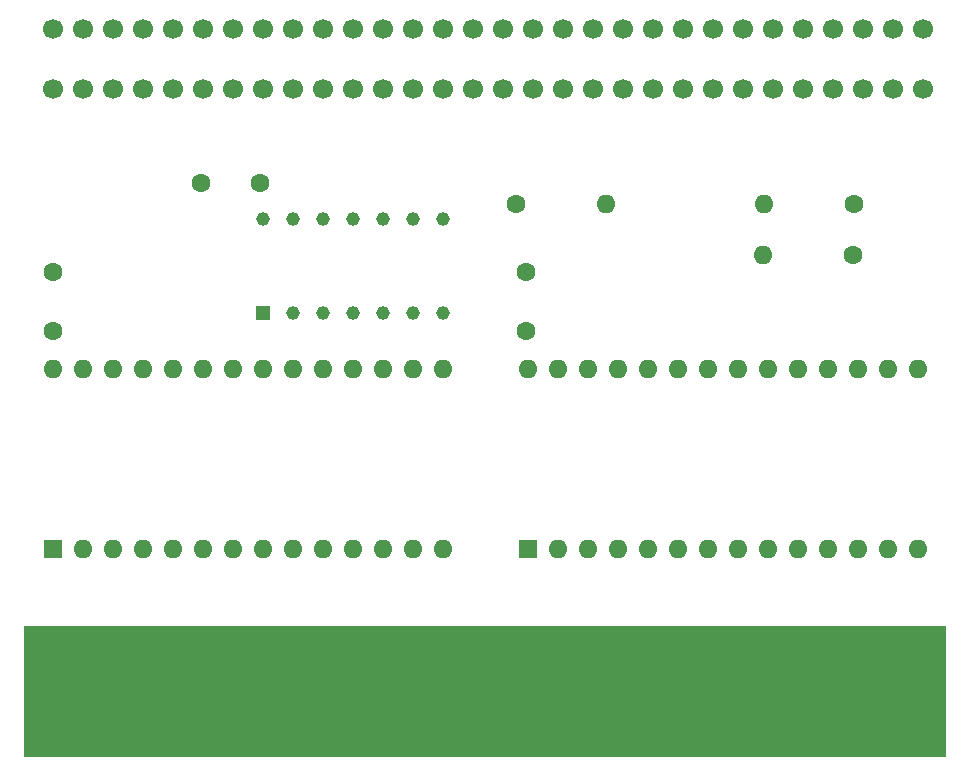
<source format=gbs>
G04 #@! TF.GenerationSoftware,KiCad,Pcbnew,7.0.6*
G04 #@! TF.CreationDate,2023-07-19T00:55:54+09:00*
G04 #@! TF.ProjectId,NES_MAmi,4e45535f-4d41-46d6-992e-6b696361645f,rev?*
G04 #@! TF.SameCoordinates,Original*
G04 #@! TF.FileFunction,Soldermask,Bot*
G04 #@! TF.FilePolarity,Negative*
%FSLAX46Y46*%
G04 Gerber Fmt 4.6, Leading zero omitted, Abs format (unit mm)*
G04 Created by KiCad (PCBNEW 7.0.6) date 2023-07-19 00:55:54*
%MOMM*%
%LPD*%
G01*
G04 APERTURE LIST*
%ADD10C,0.100000*%
%ADD11C,1.700000*%
%ADD12R,1.600000X1.600000*%
%ADD13O,1.600000X1.600000*%
%ADD14C,1.600000*%
%ADD15R,1.170000X1.170000*%
%ADD16C,1.170000*%
%ADD17R,1.700000X9.300000*%
G04 APERTURE END LIST*
G04 #@! TO.C,MAMICART1*
D10*
X187400000Y-137789800D02*
X109400000Y-137789800D01*
X109400000Y-126789800D01*
X187400000Y-126789800D01*
X187400000Y-137789800D01*
G36*
X187400000Y-137789800D02*
G01*
X109400000Y-137789800D01*
X109400000Y-126789800D01*
X187400000Y-126789800D01*
X187400000Y-137789800D01*
G37*
G04 #@! TD*
D11*
G04 #@! TO.C,VRC_CART1*
X111880000Y-81289800D03*
X114420000Y-81289800D03*
X116960000Y-81289800D03*
X119500000Y-81289800D03*
X122040000Y-81289800D03*
X124580000Y-81289800D03*
X127120000Y-81289800D03*
X129660000Y-81289800D03*
X132200000Y-81289800D03*
X134740000Y-81289800D03*
X137280000Y-81289800D03*
X139820000Y-81289800D03*
X142360000Y-81289800D03*
X144900000Y-81289800D03*
X147440000Y-81289800D03*
X149980000Y-81289800D03*
X152520000Y-81289800D03*
X155060000Y-81289800D03*
X157600000Y-81289800D03*
X160140000Y-81289800D03*
X162680000Y-81289800D03*
X165220000Y-81289800D03*
X167760000Y-81289800D03*
X170300000Y-81289800D03*
X172840000Y-81289800D03*
X175380000Y-81289800D03*
X177920000Y-81289800D03*
X180460000Y-81289800D03*
X183000000Y-81289800D03*
X185540000Y-81289800D03*
X111880000Y-76209800D03*
X114420000Y-76209800D03*
X116960000Y-76209800D03*
X119500000Y-76209800D03*
X122040000Y-76209800D03*
X124580000Y-76209800D03*
X127120000Y-76209800D03*
X129660000Y-76209800D03*
X132200000Y-76209800D03*
X134740000Y-76209800D03*
X137280000Y-76209800D03*
X139820000Y-76209800D03*
X142360000Y-76209800D03*
X144900000Y-76209800D03*
X147440000Y-76209800D03*
X149980000Y-76209800D03*
X152520000Y-76209800D03*
X155060000Y-76209800D03*
X157600000Y-76209800D03*
X160140000Y-76209800D03*
X162680000Y-76209800D03*
X165220000Y-76209800D03*
X167760000Y-76209800D03*
X170300000Y-76209800D03*
X172840000Y-76209800D03*
X175380000Y-76209800D03*
X177920000Y-76209800D03*
X180460000Y-76209800D03*
X183000000Y-76209800D03*
X185540000Y-76209800D03*
G04 #@! TD*
D12*
G04 #@! TO.C,CHRROM1*
X152120000Y-120289800D03*
D13*
X154660000Y-120289800D03*
X157200000Y-120289800D03*
X159740000Y-120289800D03*
X162280000Y-120289800D03*
X164820000Y-120289800D03*
X167360000Y-120289800D03*
X169900000Y-120289800D03*
X172440000Y-120289800D03*
X174980000Y-120289800D03*
X177520000Y-120289800D03*
X180060000Y-120289800D03*
X182600000Y-120289800D03*
X185140000Y-120289800D03*
X185140000Y-105049800D03*
X182600000Y-105049800D03*
X180060000Y-105049800D03*
X177520000Y-105049800D03*
X174980000Y-105049800D03*
X172440000Y-105049800D03*
X169900000Y-105049800D03*
X167360000Y-105049800D03*
X164820000Y-105049800D03*
X162280000Y-105049800D03*
X159740000Y-105049800D03*
X157200000Y-105049800D03*
X154660000Y-105049800D03*
X152120000Y-105049800D03*
G04 #@! TD*
G04 #@! TO.C,R3*
X172030000Y-95339800D03*
D14*
X179650000Y-95339800D03*
G04 #@! TD*
D15*
G04 #@! TO.C,U1*
X129660000Y-100289800D03*
D16*
X132200000Y-100289800D03*
X134740000Y-100289800D03*
X137280000Y-100289800D03*
X139820000Y-100289800D03*
X142360000Y-100289800D03*
X144900000Y-100289800D03*
X144900000Y-92349800D03*
X142360000Y-92349800D03*
X139820000Y-92349800D03*
X137280000Y-92349800D03*
X134740000Y-92349800D03*
X132200000Y-92349800D03*
X129660000Y-92349800D03*
G04 #@! TD*
D14*
G04 #@! TO.C,C1*
X151900000Y-101789800D03*
X151900000Y-96789800D03*
G04 #@! TD*
D13*
G04 #@! TO.C,R2*
X172090000Y-91089800D03*
D14*
X179710000Y-91089800D03*
G04 #@! TD*
G04 #@! TO.C,C2*
X111900000Y-101789800D03*
X111900000Y-96789800D03*
G04 #@! TD*
D12*
G04 #@! TO.C,PRGROM1*
X111860000Y-120289800D03*
D13*
X114400000Y-120289800D03*
X116940000Y-120289800D03*
X119480000Y-120289800D03*
X122020000Y-120289800D03*
X124560000Y-120289800D03*
X127100000Y-120289800D03*
X129640000Y-120289800D03*
X132180000Y-120289800D03*
X134720000Y-120289800D03*
X137260000Y-120289800D03*
X139800000Y-120289800D03*
X142340000Y-120289800D03*
X144880000Y-120289800D03*
X144880000Y-105049800D03*
X142340000Y-105049800D03*
X139800000Y-105049800D03*
X137260000Y-105049800D03*
X134720000Y-105049800D03*
X132180000Y-105049800D03*
X129640000Y-105049800D03*
X127100000Y-105049800D03*
X124560000Y-105049800D03*
X122020000Y-105049800D03*
X119480000Y-105049800D03*
X116940000Y-105049800D03*
X114400000Y-105049800D03*
X111860000Y-105049800D03*
G04 #@! TD*
D17*
G04 #@! TO.C,MAMICART1*
X111570000Y-131789800D03*
X114110000Y-131789800D03*
X116650000Y-131789800D03*
X119190000Y-131789800D03*
X121730000Y-131789800D03*
X124270000Y-131789800D03*
X126810000Y-131789800D03*
X129350000Y-131789800D03*
X131890000Y-131789800D03*
X134430000Y-131789800D03*
X136970000Y-131789800D03*
X139510000Y-131789800D03*
X142050000Y-131789800D03*
X144590000Y-131789800D03*
X147130000Y-131789800D03*
X149670000Y-131789800D03*
X152210000Y-131789800D03*
X154750000Y-131789800D03*
X157290000Y-131789800D03*
X159830000Y-131789800D03*
X162370000Y-131789800D03*
X164910000Y-131789800D03*
X167450000Y-131789800D03*
X169990000Y-131789800D03*
X172530000Y-131789800D03*
X175070000Y-131789800D03*
X177610000Y-131789800D03*
X180150000Y-131789800D03*
X182690000Y-131789800D03*
X185230000Y-131789800D03*
G04 #@! TD*
D14*
G04 #@! TO.C,R1*
X151090000Y-91039800D03*
D13*
X158710000Y-91039800D03*
G04 #@! TD*
D14*
G04 #@! TO.C,C3*
X129400000Y-89289800D03*
X124400000Y-89289800D03*
G04 #@! TD*
M02*

</source>
